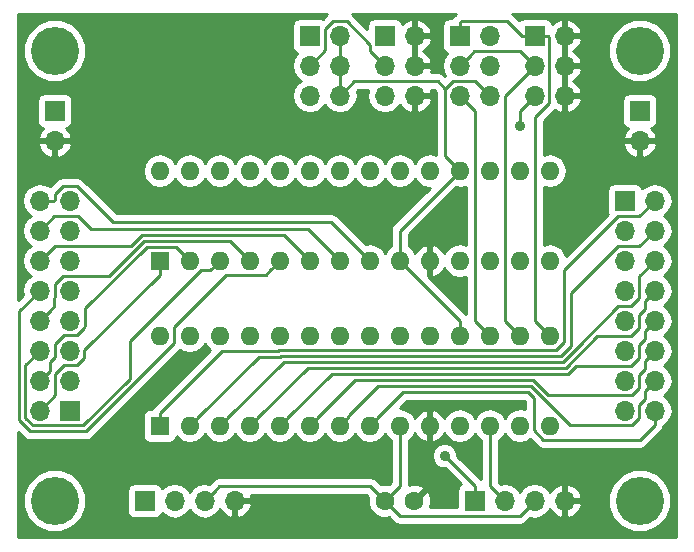
<source format=gbl>
G04 #@! TF.FileFunction,Copper,L2,Bot,Signal*
%FSLAX46Y46*%
G04 Gerber Fmt 4.6, Leading zero omitted, Abs format (unit mm)*
G04 Created by KiCad (PCBNEW 4.0.7-e2-6376~58~ubuntu14.04.1) date Sat Apr 21 17:25:06 2018*
%MOMM*%
%LPD*%
G01*
G04 APERTURE LIST*
%ADD10C,0.100000*%
%ADD11R,1.700000X1.700000*%
%ADD12O,1.700000X1.700000*%
%ADD13R,1.600000X1.600000*%
%ADD14O,1.600000X1.600000*%
%ADD15C,4.064000*%
%ADD16C,1.600000*%
%ADD17C,0.889000*%
%ADD18C,0.254000*%
G04 APERTURE END LIST*
D10*
D11*
X226060000Y-139700000D03*
D12*
X228600000Y-139700000D03*
X226060000Y-142240000D03*
X228600000Y-142240000D03*
X226060000Y-144780000D03*
X228600000Y-144780000D03*
X226060000Y-147320000D03*
X228600000Y-147320000D03*
X226060000Y-149860000D03*
X228600000Y-149860000D03*
X226060000Y-152400000D03*
X228600000Y-152400000D03*
X226060000Y-154940000D03*
X228600000Y-154940000D03*
X226060000Y-157480000D03*
X228600000Y-157480000D03*
D13*
X186690000Y-158750000D03*
D14*
X219710000Y-151130000D03*
X189230000Y-158750000D03*
X217170000Y-151130000D03*
X191770000Y-158750000D03*
X214630000Y-151130000D03*
X194310000Y-158750000D03*
X212090000Y-151130000D03*
X196850000Y-158750000D03*
X209550000Y-151130000D03*
X199390000Y-158750000D03*
X207010000Y-151130000D03*
X201930000Y-158750000D03*
X204470000Y-151130000D03*
X204470000Y-158750000D03*
X201930000Y-151130000D03*
X207010000Y-158750000D03*
X199390000Y-151130000D03*
X209550000Y-158750000D03*
X196850000Y-151130000D03*
X212090000Y-158750000D03*
X194310000Y-151130000D03*
X214630000Y-158750000D03*
X191770000Y-151130000D03*
X217170000Y-158750000D03*
X189230000Y-151130000D03*
X219710000Y-158750000D03*
X186690000Y-151130000D03*
D11*
X205740000Y-125730000D03*
D12*
X208280000Y-125730000D03*
X205740000Y-128270000D03*
X208280000Y-128270000D03*
X205740000Y-130810000D03*
X208280000Y-130810000D03*
D11*
X177800000Y-132080000D03*
D12*
X177800000Y-134620000D03*
D15*
X177800000Y-127000000D03*
D11*
X199390000Y-125730000D03*
D12*
X201930000Y-125730000D03*
X199390000Y-128270000D03*
X201930000Y-128270000D03*
X199390000Y-130810000D03*
X201930000Y-130810000D03*
D15*
X227330000Y-165100000D03*
D11*
X213360000Y-165100000D03*
D12*
X215900000Y-165100000D03*
X218440000Y-165100000D03*
X220980000Y-165100000D03*
D13*
X186690000Y-144780000D03*
D14*
X219710000Y-137160000D03*
X189230000Y-144780000D03*
X217170000Y-137160000D03*
X191770000Y-144780000D03*
X214630000Y-137160000D03*
X194310000Y-144780000D03*
X212090000Y-137160000D03*
X196850000Y-144780000D03*
X209550000Y-137160000D03*
X199390000Y-144780000D03*
X207010000Y-137160000D03*
X201930000Y-144780000D03*
X204470000Y-137160000D03*
X204470000Y-144780000D03*
X201930000Y-137160000D03*
X207010000Y-144780000D03*
X199390000Y-137160000D03*
X209550000Y-144780000D03*
X196850000Y-137160000D03*
X212090000Y-144780000D03*
X194310000Y-137160000D03*
X214630000Y-144780000D03*
X191770000Y-137160000D03*
X217170000Y-144780000D03*
X189230000Y-137160000D03*
X219710000Y-144780000D03*
X186690000Y-137160000D03*
D16*
X208240000Y-165100000D03*
X205740000Y-165100000D03*
D15*
X227330000Y-127000000D03*
D11*
X218440000Y-125730000D03*
D12*
X220980000Y-125730000D03*
X218440000Y-128270000D03*
X220980000Y-128270000D03*
X218440000Y-130810000D03*
X220980000Y-130810000D03*
D11*
X212090000Y-125730000D03*
D12*
X214630000Y-125730000D03*
X212090000Y-128270000D03*
X214630000Y-128270000D03*
X212090000Y-130810000D03*
X214630000Y-130810000D03*
D11*
X227330000Y-132080000D03*
D12*
X227330000Y-134620000D03*
D11*
X185420000Y-165100000D03*
D12*
X187960000Y-165100000D03*
X190500000Y-165100000D03*
X193040000Y-165100000D03*
D11*
X179070000Y-157480000D03*
D12*
X176530000Y-157480000D03*
X179070000Y-154940000D03*
X176530000Y-154940000D03*
X179070000Y-152400000D03*
X176530000Y-152400000D03*
X179070000Y-149860000D03*
X176530000Y-149860000D03*
X179070000Y-147320000D03*
X176530000Y-147320000D03*
X179070000Y-144780000D03*
X176530000Y-144780000D03*
X179070000Y-142240000D03*
X176530000Y-142240000D03*
X179070000Y-139700000D03*
X176530000Y-139700000D03*
D15*
X177800000Y-165100000D03*
D17*
X208280000Y-135255000D03*
X210820000Y-161290000D03*
X217170000Y-133350000D03*
D18*
X208280000Y-135255000D02*
X208280000Y-130810000D01*
X209550000Y-158750000D02*
X209550000Y-163790000D01*
X209550000Y-163790000D02*
X208240000Y-165100000D01*
X201930000Y-128270000D02*
X201930000Y-130810000D01*
X201930000Y-130810000D02*
X203161001Y-129578999D01*
X203161001Y-129578999D02*
X210218879Y-129578999D01*
X210218879Y-129578999D02*
X210858999Y-130219119D01*
X201930000Y-130810000D02*
X201930000Y-125730000D01*
X205740000Y-165100000D02*
X204508999Y-163868999D01*
X204508999Y-163868999D02*
X191731001Y-163868999D01*
X191731001Y-163868999D02*
X191349999Y-164250001D01*
X191349999Y-164250001D02*
X190500000Y-165100000D01*
X205740000Y-165100000D02*
X207010000Y-166370000D01*
X207010000Y-166370000D02*
X217170000Y-166370000D01*
X217170000Y-166370000D02*
X217590001Y-165949999D01*
X217590001Y-165949999D02*
X218440000Y-165100000D01*
X207010000Y-158750000D02*
X207010000Y-163830000D01*
X207010000Y-163830000D02*
X205740000Y-165100000D01*
X212090000Y-137160000D02*
X210858999Y-135928999D01*
X210858999Y-135928999D02*
X210858999Y-130219119D01*
X210858999Y-130219119D02*
X211499119Y-129578999D01*
X211499119Y-129578999D02*
X213398999Y-129578999D01*
X213398999Y-129578999D02*
X213780001Y-129960001D01*
X213780001Y-129960001D02*
X214630000Y-130810000D01*
X207010000Y-144780000D02*
X207010000Y-142240000D01*
X207010000Y-142240000D02*
X212090000Y-137160000D01*
X212090000Y-151130000D02*
X212090000Y-149860000D01*
X212090000Y-149860000D02*
X207010000Y-144780000D01*
X220655385Y-152819010D02*
X196982553Y-152819011D01*
X196982553Y-152819011D02*
X196893554Y-152908010D01*
X196893554Y-152908010D02*
X195071990Y-152908010D01*
X195071990Y-152908010D02*
X190029999Y-157950001D01*
X190029999Y-157950001D02*
X189230000Y-158750000D01*
X221488010Y-151986385D02*
X220655385Y-152819010D01*
X221488010Y-147530108D02*
X221488010Y-151986385D01*
X225469119Y-143548999D02*
X221488010Y-147530108D01*
X227291001Y-143548999D02*
X225469119Y-143548999D01*
X228600000Y-142240000D02*
X227291001Y-143548999D01*
X227291001Y-147910881D02*
X226572883Y-148628999D01*
X226572883Y-148628999D02*
X225501863Y-148628999D01*
X228600000Y-144780000D02*
X227291001Y-146088999D01*
X197192979Y-153327021D02*
X192569999Y-157950001D01*
X192569999Y-157950001D02*
X191770000Y-158750000D01*
X227291001Y-146088999D02*
X227291001Y-147910881D01*
X225501863Y-148628999D02*
X221996021Y-152134841D01*
X221996021Y-152134841D02*
X221996020Y-152196811D01*
X221996020Y-152196811D02*
X220865810Y-153327021D01*
X220865810Y-153327021D02*
X197192979Y-153327021D01*
X221076235Y-153835032D02*
X199224968Y-153835032D01*
X227750001Y-148169999D02*
X227750001Y-148888117D01*
X227750001Y-148888117D02*
X227291001Y-149347117D01*
X228600000Y-147320000D02*
X227750001Y-148169999D01*
X227291001Y-149347117D02*
X227291001Y-150450881D01*
X227291001Y-150450881D02*
X226572883Y-151168999D01*
X226572883Y-151168999D02*
X223742268Y-151168999D01*
X223742268Y-151168999D02*
X221076235Y-153835032D01*
X199224968Y-153835032D02*
X195109999Y-157950001D01*
X195109999Y-157950001D02*
X194310000Y-158750000D01*
X228600000Y-149860000D02*
X227750001Y-150709999D01*
X227750001Y-150709999D02*
X227750001Y-151428117D01*
X227750001Y-151428117D02*
X227291001Y-151887117D01*
X227291001Y-151887117D02*
X227291001Y-152990881D01*
X227291001Y-152990881D02*
X226572883Y-153708999D01*
X226572883Y-153708999D02*
X221920704Y-153708999D01*
X221920704Y-153708999D02*
X221260042Y-154369661D01*
X221260042Y-154369661D02*
X204638722Y-154369661D01*
X204638722Y-154369661D02*
X204638719Y-154369658D01*
X204638719Y-154369658D02*
X203508873Y-154369658D01*
X203508873Y-154369658D02*
X203482259Y-154343044D01*
X203482259Y-154343044D02*
X203338579Y-154343043D01*
X203338579Y-154343043D02*
X201256957Y-154343043D01*
X201256957Y-154343043D02*
X197649999Y-157950001D01*
X197649999Y-157950001D02*
X196850000Y-158750000D01*
X228600000Y-152400000D02*
X227750001Y-153249999D01*
X227750001Y-153249999D02*
X227750001Y-153968117D01*
X227291001Y-155530881D02*
X226650881Y-156171001D01*
X226650881Y-156171001D02*
X219597319Y-156171001D01*
X227750001Y-153968117D02*
X227291001Y-154427117D01*
X227291001Y-154427117D02*
X227291001Y-155530881D01*
X219597319Y-156171001D02*
X218303988Y-154877670D01*
X218303988Y-154877670D02*
X203262330Y-154877670D01*
X203262330Y-154877670D02*
X200189999Y-157950001D01*
X200189999Y-157950001D02*
X199390000Y-158750000D01*
X228600000Y-154940000D02*
X227750001Y-155789999D01*
X227750001Y-156508117D02*
X227291001Y-156967117D01*
X227750001Y-155789999D02*
X227750001Y-156508117D01*
X227291001Y-158070881D02*
X226650881Y-158711001D01*
X227291001Y-156967117D02*
X227291001Y-158070881D01*
X218093563Y-155385681D02*
X205199201Y-155385681D01*
X226650881Y-158711001D02*
X221418883Y-158711001D01*
X221418883Y-158711001D02*
X218093563Y-155385681D01*
X202729999Y-157950001D02*
X201930000Y-158750000D01*
X205199201Y-155385681D02*
X202729999Y-157854883D01*
X202729999Y-157854883D02*
X202729999Y-157950001D01*
X228600000Y-157480000D02*
X228600000Y-158682081D01*
X228600000Y-158682081D02*
X227351080Y-159931001D01*
X227351080Y-159931001D02*
X219143119Y-159931001D01*
X219143119Y-159931001D02*
X218351001Y-159138883D01*
X218351001Y-159138883D02*
X218351001Y-156367073D01*
X218351001Y-156367073D02*
X217877620Y-155893692D01*
X217877620Y-155893692D02*
X207326308Y-155893692D01*
X207326308Y-155893692D02*
X205269999Y-157950001D01*
X205269999Y-157950001D02*
X204470000Y-158750000D01*
X214630000Y-158750000D02*
X214630000Y-163830000D01*
X214630000Y-163830000D02*
X215900000Y-165100000D01*
X213360000Y-163830000D02*
X213360000Y-165100000D01*
X210820000Y-161290000D02*
X213360000Y-163830000D01*
X191986000Y-152400000D02*
X186690000Y-157696000D01*
X186690000Y-157696000D02*
X186690000Y-158750000D01*
X196683129Y-152399999D02*
X191986000Y-152400000D01*
X227291001Y-141008999D02*
X225469119Y-141008999D01*
X225469119Y-141008999D02*
X220891001Y-145587117D01*
X228600000Y-139700000D02*
X227291001Y-141008999D01*
X220276881Y-152311001D02*
X196772127Y-152311001D01*
X196772127Y-152311001D02*
X196683129Y-152399999D01*
X220891001Y-145587117D02*
X220891001Y-151696881D01*
X220891001Y-151696881D02*
X220276881Y-152311001D01*
X218440000Y-125730000D02*
X217336000Y-125730000D01*
X212090000Y-124626000D02*
X212090000Y-125730000D01*
X217336000Y-125730000D02*
X216104999Y-124498999D01*
X216104999Y-124498999D02*
X212217001Y-124498999D01*
X212217001Y-124498999D02*
X212090000Y-124626000D01*
X219710000Y-151130000D02*
X218440000Y-149860000D01*
X218440000Y-149860000D02*
X218440000Y-132631882D01*
X218440000Y-132631882D02*
X219671001Y-131400881D01*
X219671001Y-131400881D02*
X219671001Y-125857001D01*
X219671001Y-125857001D02*
X219544000Y-125730000D01*
X219544000Y-125730000D02*
X218440000Y-125730000D01*
X218440000Y-128270000D02*
X217208999Y-127038999D01*
X217208999Y-127038999D02*
X213321001Y-127038999D01*
X213321001Y-127038999D02*
X212939999Y-127420001D01*
X212939999Y-127420001D02*
X212090000Y-128270000D01*
X217170000Y-151130000D02*
X215900000Y-149860000D01*
X215900000Y-149860000D02*
X215900000Y-130810000D01*
X215900000Y-130810000D02*
X217590001Y-129119999D01*
X217590001Y-129119999D02*
X218440000Y-128270000D01*
X214630000Y-151130000D02*
X213360644Y-149860644D01*
X213360644Y-149860644D02*
X213360644Y-132080644D01*
X213360644Y-132080644D02*
X212939999Y-131659999D01*
X212939999Y-131659999D02*
X212090000Y-130810000D01*
X218440000Y-130810000D02*
X217170000Y-132080000D01*
X217170000Y-132080000D02*
X217170000Y-133350000D01*
X176530000Y-154940000D02*
X177379999Y-154090001D01*
X177379999Y-154090001D02*
X177379999Y-153371883D01*
X178557117Y-151091001D02*
X179660881Y-151091001D01*
X179660881Y-151091001D02*
X180301001Y-150450881D01*
X177379999Y-153371883D02*
X177838999Y-152912883D01*
X177838999Y-152912883D02*
X177838999Y-151809119D01*
X177838999Y-151809119D02*
X178557117Y-151091001D01*
X180301001Y-150450881D02*
X180301001Y-150354356D01*
X180301001Y-150354356D02*
X180378999Y-150276359D01*
X180378999Y-150276359D02*
X180378999Y-148805199D01*
X180378999Y-148805199D02*
X185585199Y-143598999D01*
X185585199Y-143598999D02*
X188048999Y-143598999D01*
X188048999Y-143598999D02*
X188430001Y-143980001D01*
X188430001Y-143980001D02*
X189230000Y-144780000D01*
X176530000Y-152400000D02*
X175298999Y-153631001D01*
X175298999Y-153631001D02*
X175298999Y-158070881D01*
X175298999Y-158070881D02*
X175939119Y-158711001D01*
X175939119Y-158711001D02*
X180224801Y-158711001D01*
X180224801Y-158711001D02*
X184150000Y-154785802D01*
X184150000Y-154785802D02*
X184150000Y-151607882D01*
X184150000Y-151607882D02*
X190177883Y-145579999D01*
X190177883Y-145579999D02*
X190970001Y-145579999D01*
X190970001Y-145579999D02*
X191770000Y-144780000D01*
X194310000Y-144780000D02*
X192620988Y-143090988D01*
X192620988Y-143090988D02*
X185374774Y-143090988D01*
X185374774Y-143090988D02*
X182376763Y-146088999D01*
X182376763Y-146088999D02*
X178479119Y-146088999D01*
X178479119Y-146088999D02*
X177838999Y-146729119D01*
X177838999Y-146729119D02*
X177838999Y-147887843D01*
X177838999Y-147887843D02*
X177761001Y-147965841D01*
X177761001Y-147965841D02*
X177761001Y-148628999D01*
X177761001Y-148628999D02*
X177379999Y-149010001D01*
X177379999Y-149010001D02*
X176530000Y-149860000D01*
X176530000Y-147320000D02*
X174790990Y-149059010D01*
X187871001Y-151783235D02*
X187871001Y-150426881D01*
X195668999Y-145961001D02*
X196050001Y-145579999D01*
X174790990Y-149059010D02*
X174790990Y-158281306D01*
X174790990Y-158281306D02*
X175728695Y-159219011D01*
X175728695Y-159219011D02*
X180435226Y-159219010D01*
X180435226Y-159219010D02*
X187871001Y-151783235D01*
X187871001Y-150426881D02*
X192336881Y-145961001D01*
X192336881Y-145961001D02*
X195668999Y-145961001D01*
X196050001Y-145579999D02*
X196850000Y-144780000D01*
X176530000Y-144780000D02*
X177800000Y-143510000D01*
X177800000Y-143510000D02*
X184237326Y-143510000D01*
X184237326Y-143510000D02*
X185164349Y-142582977D01*
X185164349Y-142582977D02*
X197192977Y-142582977D01*
X197192977Y-142582977D02*
X198590001Y-143980001D01*
X198590001Y-143980001D02*
X199390000Y-144780000D01*
X176530000Y-142240000D02*
X177761001Y-141008999D01*
X177761001Y-141008999D02*
X179794770Y-141008999D01*
X179794770Y-141008999D02*
X180891432Y-142105661D01*
X180891432Y-142105661D02*
X184923229Y-142105661D01*
X184923229Y-142105661D02*
X184953924Y-142074966D01*
X184953924Y-142074966D02*
X199224966Y-142074966D01*
X199224966Y-142074966D02*
X201930000Y-144780000D01*
X203670001Y-143980001D02*
X204470000Y-144780000D01*
X201224201Y-141534201D02*
X203670001Y-143980001D01*
X182726083Y-141534201D02*
X201224201Y-141534201D01*
X178479119Y-138468999D02*
X179660881Y-138468999D01*
X179660881Y-138468999D02*
X182726083Y-141534201D01*
X177838999Y-139109119D02*
X178479119Y-138468999D01*
X176530000Y-139700000D02*
X177732081Y-139700000D01*
X177732081Y-139700000D02*
X177838999Y-139593082D01*
X177838999Y-139593082D02*
X177838999Y-139109119D01*
X180301001Y-152341769D02*
X186690000Y-145952770D01*
X176530000Y-157480000D02*
X177838999Y-156171001D01*
X178557117Y-153631001D02*
X179660881Y-153631001D01*
X177838999Y-156171001D02*
X177838999Y-154349119D01*
X186690000Y-145952770D02*
X186690000Y-145834000D01*
X177838999Y-154349119D02*
X178557117Y-153631001D01*
X179660881Y-153631001D02*
X180301001Y-152990881D01*
X180301001Y-152990881D02*
X180301001Y-152341769D01*
X186690000Y-145834000D02*
X186690000Y-144780000D01*
X199390000Y-128270000D02*
X200698999Y-126961001D01*
X204508999Y-126487117D02*
X204508999Y-127038999D01*
X200698999Y-126961001D02*
X200698999Y-125139119D01*
X200698999Y-125139119D02*
X201339119Y-124498999D01*
X201339119Y-124498999D02*
X202520881Y-124498999D01*
X202520881Y-124498999D02*
X204508999Y-126487117D01*
X204890001Y-127420001D02*
X205740000Y-128270000D01*
X204508999Y-127038999D02*
X204890001Y-127420001D01*
G36*
X230430000Y-168200000D02*
X174700000Y-168200000D01*
X174700000Y-165628172D01*
X175132538Y-165628172D01*
X175537709Y-166608761D01*
X176287293Y-167359655D01*
X177267173Y-167766536D01*
X178328172Y-167767462D01*
X179308761Y-167362291D01*
X180059655Y-166612707D01*
X180466536Y-165632827D01*
X180467462Y-164571828D01*
X180062291Y-163591239D01*
X179312707Y-162840345D01*
X178332827Y-162433464D01*
X177271828Y-162432538D01*
X176291239Y-162837709D01*
X175540345Y-163587293D01*
X175133464Y-164567173D01*
X175132538Y-165628172D01*
X174700000Y-165628172D01*
X174700000Y-159267946D01*
X175189880Y-159757826D01*
X175437090Y-159923007D01*
X175728695Y-159981011D01*
X180435226Y-159981010D01*
X180726831Y-159923006D01*
X180974041Y-159757825D01*
X188409816Y-152322050D01*
X188417199Y-152311001D01*
X188418717Y-152308729D01*
X188680849Y-152483880D01*
X189230000Y-152593113D01*
X189779151Y-152483880D01*
X190244698Y-152172811D01*
X190500000Y-151790725D01*
X190755302Y-152172811D01*
X190983249Y-152325121D01*
X186151185Y-157157185D01*
X186054048Y-157302560D01*
X185890000Y-157302560D01*
X185654683Y-157346838D01*
X185438559Y-157485910D01*
X185293569Y-157698110D01*
X185242560Y-157950000D01*
X185242560Y-159550000D01*
X185286838Y-159785317D01*
X185425910Y-160001441D01*
X185638110Y-160146431D01*
X185890000Y-160197440D01*
X187490000Y-160197440D01*
X187725317Y-160153162D01*
X187941441Y-160014090D01*
X188086431Y-159801890D01*
X188117815Y-159646911D01*
X188215302Y-159792811D01*
X188680849Y-160103880D01*
X189230000Y-160213113D01*
X189779151Y-160103880D01*
X190244698Y-159792811D01*
X190500000Y-159410725D01*
X190755302Y-159792811D01*
X191220849Y-160103880D01*
X191770000Y-160213113D01*
X192319151Y-160103880D01*
X192784698Y-159792811D01*
X193040000Y-159410725D01*
X193295302Y-159792811D01*
X193760849Y-160103880D01*
X194310000Y-160213113D01*
X194859151Y-160103880D01*
X195324698Y-159792811D01*
X195580000Y-159410725D01*
X195835302Y-159792811D01*
X196300849Y-160103880D01*
X196850000Y-160213113D01*
X197399151Y-160103880D01*
X197864698Y-159792811D01*
X198120000Y-159410725D01*
X198375302Y-159792811D01*
X198840849Y-160103880D01*
X199390000Y-160213113D01*
X199939151Y-160103880D01*
X200404698Y-159792811D01*
X200660000Y-159410725D01*
X200915302Y-159792811D01*
X201380849Y-160103880D01*
X201930000Y-160213113D01*
X202479151Y-160103880D01*
X202944698Y-159792811D01*
X203200000Y-159410725D01*
X203455302Y-159792811D01*
X203920849Y-160103880D01*
X204470000Y-160213113D01*
X205019151Y-160103880D01*
X205484698Y-159792811D01*
X205740000Y-159410725D01*
X205995302Y-159792811D01*
X206248000Y-159961659D01*
X206248000Y-163514369D01*
X206076455Y-163685914D01*
X206026691Y-163665250D01*
X205455813Y-163664752D01*
X205403852Y-163686222D01*
X205047814Y-163330184D01*
X204989448Y-163291185D01*
X204800604Y-163165003D01*
X204508999Y-163106999D01*
X191731001Y-163106999D01*
X191439396Y-163165003D01*
X191192185Y-163330184D01*
X190864049Y-163658321D01*
X190500000Y-163585907D01*
X189931715Y-163698946D01*
X189449946Y-164020853D01*
X189230000Y-164350026D01*
X189010054Y-164020853D01*
X188528285Y-163698946D01*
X187960000Y-163585907D01*
X187391715Y-163698946D01*
X186909946Y-164020853D01*
X186882150Y-164062452D01*
X186873162Y-164014683D01*
X186734090Y-163798559D01*
X186521890Y-163653569D01*
X186270000Y-163602560D01*
X184570000Y-163602560D01*
X184334683Y-163646838D01*
X184118559Y-163785910D01*
X183973569Y-163998110D01*
X183922560Y-164250000D01*
X183922560Y-165950000D01*
X183966838Y-166185317D01*
X184105910Y-166401441D01*
X184318110Y-166546431D01*
X184570000Y-166597440D01*
X186270000Y-166597440D01*
X186505317Y-166553162D01*
X186721441Y-166414090D01*
X186866431Y-166201890D01*
X186880086Y-166134459D01*
X186909946Y-166179147D01*
X187391715Y-166501054D01*
X187960000Y-166614093D01*
X188528285Y-166501054D01*
X189010054Y-166179147D01*
X189230000Y-165849974D01*
X189449946Y-166179147D01*
X189931715Y-166501054D01*
X190500000Y-166614093D01*
X191068285Y-166501054D01*
X191550054Y-166179147D01*
X191777702Y-165838447D01*
X191844817Y-165981358D01*
X192273076Y-166371645D01*
X192683110Y-166541476D01*
X192913000Y-166420155D01*
X192913000Y-165227000D01*
X193167000Y-165227000D01*
X193167000Y-166420155D01*
X193396890Y-166541476D01*
X193806924Y-166371645D01*
X194235183Y-165981358D01*
X194481486Y-165456892D01*
X194360819Y-165227000D01*
X193167000Y-165227000D01*
X192913000Y-165227000D01*
X192893000Y-165227000D01*
X192893000Y-164973000D01*
X192913000Y-164973000D01*
X192913000Y-164953000D01*
X193167000Y-164953000D01*
X193167000Y-164973000D01*
X194360819Y-164973000D01*
X194481486Y-164743108D01*
X194428837Y-164630999D01*
X204193369Y-164630999D01*
X204325914Y-164763544D01*
X204305250Y-164813309D01*
X204304752Y-165384187D01*
X204522757Y-165911800D01*
X204926077Y-166315824D01*
X205453309Y-166534750D01*
X206024187Y-166535248D01*
X206076148Y-166513778D01*
X206471184Y-166908815D01*
X206718395Y-167073996D01*
X207010000Y-167132000D01*
X217170000Y-167132000D01*
X217461605Y-167073996D01*
X217708815Y-166908815D01*
X218075951Y-166541679D01*
X218440000Y-166614093D01*
X219008285Y-166501054D01*
X219490054Y-166179147D01*
X219717702Y-165838447D01*
X219784817Y-165981358D01*
X220213076Y-166371645D01*
X220623110Y-166541476D01*
X220853000Y-166420155D01*
X220853000Y-165227000D01*
X221107000Y-165227000D01*
X221107000Y-166420155D01*
X221336890Y-166541476D01*
X221746924Y-166371645D01*
X222175183Y-165981358D01*
X222341048Y-165628172D01*
X224662538Y-165628172D01*
X225067709Y-166608761D01*
X225817293Y-167359655D01*
X226797173Y-167766536D01*
X227858172Y-167767462D01*
X228838761Y-167362291D01*
X229589655Y-166612707D01*
X229996536Y-165632827D01*
X229997462Y-164571828D01*
X229592291Y-163591239D01*
X228842707Y-162840345D01*
X227862827Y-162433464D01*
X226801828Y-162432538D01*
X225821239Y-162837709D01*
X225070345Y-163587293D01*
X224663464Y-164567173D01*
X224662538Y-165628172D01*
X222341048Y-165628172D01*
X222421486Y-165456892D01*
X222300819Y-165227000D01*
X221107000Y-165227000D01*
X220853000Y-165227000D01*
X220833000Y-165227000D01*
X220833000Y-164973000D01*
X220853000Y-164973000D01*
X220853000Y-163779845D01*
X221107000Y-163779845D01*
X221107000Y-164973000D01*
X222300819Y-164973000D01*
X222421486Y-164743108D01*
X222175183Y-164218642D01*
X221746924Y-163828355D01*
X221336890Y-163658524D01*
X221107000Y-163779845D01*
X220853000Y-163779845D01*
X220623110Y-163658524D01*
X220213076Y-163828355D01*
X219784817Y-164218642D01*
X219717702Y-164361553D01*
X219490054Y-164020853D01*
X219008285Y-163698946D01*
X218440000Y-163585907D01*
X217871715Y-163698946D01*
X217389946Y-164020853D01*
X217170000Y-164350026D01*
X216950054Y-164020853D01*
X216468285Y-163698946D01*
X215900000Y-163585907D01*
X215535951Y-163658321D01*
X215392000Y-163514370D01*
X215392000Y-159961659D01*
X215644698Y-159792811D01*
X215900000Y-159410725D01*
X216155302Y-159792811D01*
X216620849Y-160103880D01*
X217170000Y-160213113D01*
X217719151Y-160103880D01*
X218030399Y-159895911D01*
X218604304Y-160469816D01*
X218851514Y-160634997D01*
X219143119Y-160693001D01*
X227351080Y-160693001D01*
X227642685Y-160634997D01*
X227889895Y-160469816D01*
X229138816Y-159220896D01*
X229284672Y-159002606D01*
X229303996Y-158973686D01*
X229348263Y-158751143D01*
X229679147Y-158530054D01*
X230001054Y-158048285D01*
X230114093Y-157480000D01*
X230001054Y-156911715D01*
X229679147Y-156429946D01*
X229349974Y-156210000D01*
X229679147Y-155990054D01*
X230001054Y-155508285D01*
X230114093Y-154940000D01*
X230001054Y-154371715D01*
X229679147Y-153889946D01*
X229349974Y-153670000D01*
X229679147Y-153450054D01*
X230001054Y-152968285D01*
X230114093Y-152400000D01*
X230001054Y-151831715D01*
X229679147Y-151349946D01*
X229349974Y-151130000D01*
X229679147Y-150910054D01*
X230001054Y-150428285D01*
X230114093Y-149860000D01*
X230001054Y-149291715D01*
X229679147Y-148809946D01*
X229349974Y-148590000D01*
X229679147Y-148370054D01*
X230001054Y-147888285D01*
X230114093Y-147320000D01*
X230001054Y-146751715D01*
X229679147Y-146269946D01*
X229349974Y-146050000D01*
X229679147Y-145830054D01*
X230001054Y-145348285D01*
X230114093Y-144780000D01*
X230001054Y-144211715D01*
X229679147Y-143729946D01*
X229349974Y-143510000D01*
X229679147Y-143290054D01*
X230001054Y-142808285D01*
X230114093Y-142240000D01*
X230001054Y-141671715D01*
X229679147Y-141189946D01*
X229349974Y-140970000D01*
X229679147Y-140750054D01*
X230001054Y-140268285D01*
X230114093Y-139700000D01*
X230001054Y-139131715D01*
X229679147Y-138649946D01*
X229197378Y-138328039D01*
X228629093Y-138215000D01*
X228570907Y-138215000D01*
X228002622Y-138328039D01*
X227520853Y-138649946D01*
X227520029Y-138651179D01*
X227513162Y-138614683D01*
X227374090Y-138398559D01*
X227161890Y-138253569D01*
X226910000Y-138202560D01*
X225210000Y-138202560D01*
X224974683Y-138246838D01*
X224758559Y-138385910D01*
X224613569Y-138598110D01*
X224562560Y-138850000D01*
X224562560Y-140550000D01*
X224606838Y-140785317D01*
X224610100Y-140790387D01*
X221062642Y-144337846D01*
X221035767Y-144202736D01*
X220724698Y-143737189D01*
X220259151Y-143426120D01*
X219710000Y-143316887D01*
X219202000Y-143417935D01*
X219202000Y-138522065D01*
X219710000Y-138623113D01*
X220259151Y-138513880D01*
X220724698Y-138202811D01*
X221035767Y-137737264D01*
X221145000Y-137188113D01*
X221145000Y-137131887D01*
X221035767Y-136582736D01*
X220724698Y-136117189D01*
X220259151Y-135806120D01*
X219710000Y-135696887D01*
X219202000Y-135797935D01*
X219202000Y-134976890D01*
X225888524Y-134976890D01*
X226058355Y-135386924D01*
X226448642Y-135815183D01*
X226973108Y-136061486D01*
X227203000Y-135940819D01*
X227203000Y-134747000D01*
X227457000Y-134747000D01*
X227457000Y-135940819D01*
X227686892Y-136061486D01*
X228211358Y-135815183D01*
X228601645Y-135386924D01*
X228771476Y-134976890D01*
X228650155Y-134747000D01*
X227457000Y-134747000D01*
X227203000Y-134747000D01*
X226009845Y-134747000D01*
X225888524Y-134976890D01*
X219202000Y-134976890D01*
X219202000Y-132947512D01*
X220129730Y-132019783D01*
X220623108Y-132251486D01*
X220853000Y-132130819D01*
X220853000Y-130937000D01*
X221107000Y-130937000D01*
X221107000Y-132130819D01*
X221336892Y-132251486D01*
X221861358Y-132005183D01*
X222251645Y-131576924D01*
X222395336Y-131230000D01*
X225832560Y-131230000D01*
X225832560Y-132930000D01*
X225876838Y-133165317D01*
X226015910Y-133381441D01*
X226228110Y-133526431D01*
X226336107Y-133548301D01*
X226058355Y-133853076D01*
X225888524Y-134263110D01*
X226009845Y-134493000D01*
X227203000Y-134493000D01*
X227203000Y-134473000D01*
X227457000Y-134473000D01*
X227457000Y-134493000D01*
X228650155Y-134493000D01*
X228771476Y-134263110D01*
X228601645Y-133853076D01*
X228325499Y-133550063D01*
X228415317Y-133533162D01*
X228631441Y-133394090D01*
X228776431Y-133181890D01*
X228827440Y-132930000D01*
X228827440Y-131230000D01*
X228783162Y-130994683D01*
X228644090Y-130778559D01*
X228431890Y-130633569D01*
X228180000Y-130582560D01*
X226480000Y-130582560D01*
X226244683Y-130626838D01*
X226028559Y-130765910D01*
X225883569Y-130978110D01*
X225832560Y-131230000D01*
X222395336Y-131230000D01*
X222421476Y-131166890D01*
X222300155Y-130937000D01*
X221107000Y-130937000D01*
X220853000Y-130937000D01*
X220833000Y-130937000D01*
X220833000Y-130683000D01*
X220853000Y-130683000D01*
X220853000Y-128397000D01*
X221107000Y-128397000D01*
X221107000Y-130683000D01*
X222300155Y-130683000D01*
X222421476Y-130453110D01*
X222251645Y-130043076D01*
X221861358Y-129614817D01*
X221702046Y-129540000D01*
X221861358Y-129465183D01*
X222251645Y-129036924D01*
X222421476Y-128626890D01*
X222300155Y-128397000D01*
X221107000Y-128397000D01*
X220853000Y-128397000D01*
X220833000Y-128397000D01*
X220833000Y-128143000D01*
X220853000Y-128143000D01*
X220853000Y-125857000D01*
X221107000Y-125857000D01*
X221107000Y-128143000D01*
X222300155Y-128143000D01*
X222421476Y-127913110D01*
X222262040Y-127528172D01*
X224662538Y-127528172D01*
X225067709Y-128508761D01*
X225817293Y-129259655D01*
X226797173Y-129666536D01*
X227858172Y-129667462D01*
X228838761Y-129262291D01*
X229589655Y-128512707D01*
X229996536Y-127532827D01*
X229997462Y-126471828D01*
X229592291Y-125491239D01*
X228842707Y-124740345D01*
X227862827Y-124333464D01*
X226801828Y-124332538D01*
X225821239Y-124737709D01*
X225070345Y-125487293D01*
X224663464Y-126467173D01*
X224662538Y-127528172D01*
X222262040Y-127528172D01*
X222251645Y-127503076D01*
X221861358Y-127074817D01*
X221702046Y-127000000D01*
X221861358Y-126925183D01*
X222251645Y-126496924D01*
X222421476Y-126086890D01*
X222300155Y-125857000D01*
X221107000Y-125857000D01*
X220853000Y-125857000D01*
X220833000Y-125857000D01*
X220833000Y-125603000D01*
X220853000Y-125603000D01*
X220853000Y-124409181D01*
X221107000Y-124409181D01*
X221107000Y-125603000D01*
X222300155Y-125603000D01*
X222421476Y-125373110D01*
X222251645Y-124963076D01*
X221861358Y-124534817D01*
X221336892Y-124288514D01*
X221107000Y-124409181D01*
X220853000Y-124409181D01*
X220623108Y-124288514D01*
X220098642Y-124534817D01*
X219911192Y-124740504D01*
X219893162Y-124644683D01*
X219754090Y-124428559D01*
X219541890Y-124283569D01*
X219290000Y-124232560D01*
X217590000Y-124232560D01*
X217354683Y-124276838D01*
X217138559Y-124415910D01*
X217122721Y-124439090D01*
X216643814Y-123960184D01*
X216586674Y-123922004D01*
X216553743Y-123900000D01*
X230430000Y-123900000D01*
X230430000Y-168200000D01*
X230430000Y-168200000D01*
G37*
X230430000Y-168200000D02*
X174700000Y-168200000D01*
X174700000Y-165628172D01*
X175132538Y-165628172D01*
X175537709Y-166608761D01*
X176287293Y-167359655D01*
X177267173Y-167766536D01*
X178328172Y-167767462D01*
X179308761Y-167362291D01*
X180059655Y-166612707D01*
X180466536Y-165632827D01*
X180467462Y-164571828D01*
X180062291Y-163591239D01*
X179312707Y-162840345D01*
X178332827Y-162433464D01*
X177271828Y-162432538D01*
X176291239Y-162837709D01*
X175540345Y-163587293D01*
X175133464Y-164567173D01*
X175132538Y-165628172D01*
X174700000Y-165628172D01*
X174700000Y-159267946D01*
X175189880Y-159757826D01*
X175437090Y-159923007D01*
X175728695Y-159981011D01*
X180435226Y-159981010D01*
X180726831Y-159923006D01*
X180974041Y-159757825D01*
X188409816Y-152322050D01*
X188417199Y-152311001D01*
X188418717Y-152308729D01*
X188680849Y-152483880D01*
X189230000Y-152593113D01*
X189779151Y-152483880D01*
X190244698Y-152172811D01*
X190500000Y-151790725D01*
X190755302Y-152172811D01*
X190983249Y-152325121D01*
X186151185Y-157157185D01*
X186054048Y-157302560D01*
X185890000Y-157302560D01*
X185654683Y-157346838D01*
X185438559Y-157485910D01*
X185293569Y-157698110D01*
X185242560Y-157950000D01*
X185242560Y-159550000D01*
X185286838Y-159785317D01*
X185425910Y-160001441D01*
X185638110Y-160146431D01*
X185890000Y-160197440D01*
X187490000Y-160197440D01*
X187725317Y-160153162D01*
X187941441Y-160014090D01*
X188086431Y-159801890D01*
X188117815Y-159646911D01*
X188215302Y-159792811D01*
X188680849Y-160103880D01*
X189230000Y-160213113D01*
X189779151Y-160103880D01*
X190244698Y-159792811D01*
X190500000Y-159410725D01*
X190755302Y-159792811D01*
X191220849Y-160103880D01*
X191770000Y-160213113D01*
X192319151Y-160103880D01*
X192784698Y-159792811D01*
X193040000Y-159410725D01*
X193295302Y-159792811D01*
X193760849Y-160103880D01*
X194310000Y-160213113D01*
X194859151Y-160103880D01*
X195324698Y-159792811D01*
X195580000Y-159410725D01*
X195835302Y-159792811D01*
X196300849Y-160103880D01*
X196850000Y-160213113D01*
X197399151Y-160103880D01*
X197864698Y-159792811D01*
X198120000Y-159410725D01*
X198375302Y-159792811D01*
X198840849Y-160103880D01*
X199390000Y-160213113D01*
X199939151Y-160103880D01*
X200404698Y-159792811D01*
X200660000Y-159410725D01*
X200915302Y-159792811D01*
X201380849Y-160103880D01*
X201930000Y-160213113D01*
X202479151Y-160103880D01*
X202944698Y-159792811D01*
X203200000Y-159410725D01*
X203455302Y-159792811D01*
X203920849Y-160103880D01*
X204470000Y-160213113D01*
X205019151Y-160103880D01*
X205484698Y-159792811D01*
X205740000Y-159410725D01*
X205995302Y-159792811D01*
X206248000Y-159961659D01*
X206248000Y-163514369D01*
X206076455Y-163685914D01*
X206026691Y-163665250D01*
X205455813Y-163664752D01*
X205403852Y-163686222D01*
X205047814Y-163330184D01*
X204989448Y-163291185D01*
X204800604Y-163165003D01*
X204508999Y-163106999D01*
X191731001Y-163106999D01*
X191439396Y-163165003D01*
X191192185Y-163330184D01*
X190864049Y-163658321D01*
X190500000Y-163585907D01*
X189931715Y-163698946D01*
X189449946Y-164020853D01*
X189230000Y-164350026D01*
X189010054Y-164020853D01*
X188528285Y-163698946D01*
X187960000Y-163585907D01*
X187391715Y-163698946D01*
X186909946Y-164020853D01*
X186882150Y-164062452D01*
X186873162Y-164014683D01*
X186734090Y-163798559D01*
X186521890Y-163653569D01*
X186270000Y-163602560D01*
X184570000Y-163602560D01*
X184334683Y-163646838D01*
X184118559Y-163785910D01*
X183973569Y-163998110D01*
X183922560Y-164250000D01*
X183922560Y-165950000D01*
X183966838Y-166185317D01*
X184105910Y-166401441D01*
X184318110Y-166546431D01*
X184570000Y-166597440D01*
X186270000Y-166597440D01*
X186505317Y-166553162D01*
X186721441Y-166414090D01*
X186866431Y-166201890D01*
X186880086Y-166134459D01*
X186909946Y-166179147D01*
X187391715Y-166501054D01*
X187960000Y-166614093D01*
X188528285Y-166501054D01*
X189010054Y-166179147D01*
X189230000Y-165849974D01*
X189449946Y-166179147D01*
X189931715Y-166501054D01*
X190500000Y-166614093D01*
X191068285Y-166501054D01*
X191550054Y-166179147D01*
X191777702Y-165838447D01*
X191844817Y-165981358D01*
X192273076Y-166371645D01*
X192683110Y-166541476D01*
X192913000Y-166420155D01*
X192913000Y-165227000D01*
X193167000Y-165227000D01*
X193167000Y-166420155D01*
X193396890Y-166541476D01*
X193806924Y-166371645D01*
X194235183Y-165981358D01*
X194481486Y-165456892D01*
X194360819Y-165227000D01*
X193167000Y-165227000D01*
X192913000Y-165227000D01*
X192893000Y-165227000D01*
X192893000Y-164973000D01*
X192913000Y-164973000D01*
X192913000Y-164953000D01*
X193167000Y-164953000D01*
X193167000Y-164973000D01*
X194360819Y-164973000D01*
X194481486Y-164743108D01*
X194428837Y-164630999D01*
X204193369Y-164630999D01*
X204325914Y-164763544D01*
X204305250Y-164813309D01*
X204304752Y-165384187D01*
X204522757Y-165911800D01*
X204926077Y-166315824D01*
X205453309Y-166534750D01*
X206024187Y-166535248D01*
X206076148Y-166513778D01*
X206471184Y-166908815D01*
X206718395Y-167073996D01*
X207010000Y-167132000D01*
X217170000Y-167132000D01*
X217461605Y-167073996D01*
X217708815Y-166908815D01*
X218075951Y-166541679D01*
X218440000Y-166614093D01*
X219008285Y-166501054D01*
X219490054Y-166179147D01*
X219717702Y-165838447D01*
X219784817Y-165981358D01*
X220213076Y-166371645D01*
X220623110Y-166541476D01*
X220853000Y-166420155D01*
X220853000Y-165227000D01*
X221107000Y-165227000D01*
X221107000Y-166420155D01*
X221336890Y-166541476D01*
X221746924Y-166371645D01*
X222175183Y-165981358D01*
X222341048Y-165628172D01*
X224662538Y-165628172D01*
X225067709Y-166608761D01*
X225817293Y-167359655D01*
X226797173Y-167766536D01*
X227858172Y-167767462D01*
X228838761Y-167362291D01*
X229589655Y-166612707D01*
X229996536Y-165632827D01*
X229997462Y-164571828D01*
X229592291Y-163591239D01*
X228842707Y-162840345D01*
X227862827Y-162433464D01*
X226801828Y-162432538D01*
X225821239Y-162837709D01*
X225070345Y-163587293D01*
X224663464Y-164567173D01*
X224662538Y-165628172D01*
X222341048Y-165628172D01*
X222421486Y-165456892D01*
X222300819Y-165227000D01*
X221107000Y-165227000D01*
X220853000Y-165227000D01*
X220833000Y-165227000D01*
X220833000Y-164973000D01*
X220853000Y-164973000D01*
X220853000Y-163779845D01*
X221107000Y-163779845D01*
X221107000Y-164973000D01*
X222300819Y-164973000D01*
X222421486Y-164743108D01*
X222175183Y-164218642D01*
X221746924Y-163828355D01*
X221336890Y-163658524D01*
X221107000Y-163779845D01*
X220853000Y-163779845D01*
X220623110Y-163658524D01*
X220213076Y-163828355D01*
X219784817Y-164218642D01*
X219717702Y-164361553D01*
X219490054Y-164020853D01*
X219008285Y-163698946D01*
X218440000Y-163585907D01*
X217871715Y-163698946D01*
X217389946Y-164020853D01*
X217170000Y-164350026D01*
X216950054Y-164020853D01*
X216468285Y-163698946D01*
X215900000Y-163585907D01*
X215535951Y-163658321D01*
X215392000Y-163514370D01*
X215392000Y-159961659D01*
X215644698Y-159792811D01*
X215900000Y-159410725D01*
X216155302Y-159792811D01*
X216620849Y-160103880D01*
X217170000Y-160213113D01*
X217719151Y-160103880D01*
X218030399Y-159895911D01*
X218604304Y-160469816D01*
X218851514Y-160634997D01*
X219143119Y-160693001D01*
X227351080Y-160693001D01*
X227642685Y-160634997D01*
X227889895Y-160469816D01*
X229138816Y-159220896D01*
X229284672Y-159002606D01*
X229303996Y-158973686D01*
X229348263Y-158751143D01*
X229679147Y-158530054D01*
X230001054Y-158048285D01*
X230114093Y-157480000D01*
X230001054Y-156911715D01*
X229679147Y-156429946D01*
X229349974Y-156210000D01*
X229679147Y-155990054D01*
X230001054Y-155508285D01*
X230114093Y-154940000D01*
X230001054Y-154371715D01*
X229679147Y-153889946D01*
X229349974Y-153670000D01*
X229679147Y-153450054D01*
X230001054Y-152968285D01*
X230114093Y-152400000D01*
X230001054Y-151831715D01*
X229679147Y-151349946D01*
X229349974Y-151130000D01*
X229679147Y-150910054D01*
X230001054Y-150428285D01*
X230114093Y-149860000D01*
X230001054Y-149291715D01*
X229679147Y-148809946D01*
X229349974Y-148590000D01*
X229679147Y-148370054D01*
X230001054Y-147888285D01*
X230114093Y-147320000D01*
X230001054Y-146751715D01*
X229679147Y-146269946D01*
X229349974Y-146050000D01*
X229679147Y-145830054D01*
X230001054Y-145348285D01*
X230114093Y-144780000D01*
X230001054Y-144211715D01*
X229679147Y-143729946D01*
X229349974Y-143510000D01*
X229679147Y-143290054D01*
X230001054Y-142808285D01*
X230114093Y-142240000D01*
X230001054Y-141671715D01*
X229679147Y-141189946D01*
X229349974Y-140970000D01*
X229679147Y-140750054D01*
X230001054Y-140268285D01*
X230114093Y-139700000D01*
X230001054Y-139131715D01*
X229679147Y-138649946D01*
X229197378Y-138328039D01*
X228629093Y-138215000D01*
X228570907Y-138215000D01*
X228002622Y-138328039D01*
X227520853Y-138649946D01*
X227520029Y-138651179D01*
X227513162Y-138614683D01*
X227374090Y-138398559D01*
X227161890Y-138253569D01*
X226910000Y-138202560D01*
X225210000Y-138202560D01*
X224974683Y-138246838D01*
X224758559Y-138385910D01*
X224613569Y-138598110D01*
X224562560Y-138850000D01*
X224562560Y-140550000D01*
X224606838Y-140785317D01*
X224610100Y-140790387D01*
X221062642Y-144337846D01*
X221035767Y-144202736D01*
X220724698Y-143737189D01*
X220259151Y-143426120D01*
X219710000Y-143316887D01*
X219202000Y-143417935D01*
X219202000Y-138522065D01*
X219710000Y-138623113D01*
X220259151Y-138513880D01*
X220724698Y-138202811D01*
X221035767Y-137737264D01*
X221145000Y-137188113D01*
X221145000Y-137131887D01*
X221035767Y-136582736D01*
X220724698Y-136117189D01*
X220259151Y-135806120D01*
X219710000Y-135696887D01*
X219202000Y-135797935D01*
X219202000Y-134976890D01*
X225888524Y-134976890D01*
X226058355Y-135386924D01*
X226448642Y-135815183D01*
X226973108Y-136061486D01*
X227203000Y-135940819D01*
X227203000Y-134747000D01*
X227457000Y-134747000D01*
X227457000Y-135940819D01*
X227686892Y-136061486D01*
X228211358Y-135815183D01*
X228601645Y-135386924D01*
X228771476Y-134976890D01*
X228650155Y-134747000D01*
X227457000Y-134747000D01*
X227203000Y-134747000D01*
X226009845Y-134747000D01*
X225888524Y-134976890D01*
X219202000Y-134976890D01*
X219202000Y-132947512D01*
X220129730Y-132019783D01*
X220623108Y-132251486D01*
X220853000Y-132130819D01*
X220853000Y-130937000D01*
X221107000Y-130937000D01*
X221107000Y-132130819D01*
X221336892Y-132251486D01*
X221861358Y-132005183D01*
X222251645Y-131576924D01*
X222395336Y-131230000D01*
X225832560Y-131230000D01*
X225832560Y-132930000D01*
X225876838Y-133165317D01*
X226015910Y-133381441D01*
X226228110Y-133526431D01*
X226336107Y-133548301D01*
X226058355Y-133853076D01*
X225888524Y-134263110D01*
X226009845Y-134493000D01*
X227203000Y-134493000D01*
X227203000Y-134473000D01*
X227457000Y-134473000D01*
X227457000Y-134493000D01*
X228650155Y-134493000D01*
X228771476Y-134263110D01*
X228601645Y-133853076D01*
X228325499Y-133550063D01*
X228415317Y-133533162D01*
X228631441Y-133394090D01*
X228776431Y-133181890D01*
X228827440Y-132930000D01*
X228827440Y-131230000D01*
X228783162Y-130994683D01*
X228644090Y-130778559D01*
X228431890Y-130633569D01*
X228180000Y-130582560D01*
X226480000Y-130582560D01*
X226244683Y-130626838D01*
X226028559Y-130765910D01*
X225883569Y-130978110D01*
X225832560Y-131230000D01*
X222395336Y-131230000D01*
X222421476Y-131166890D01*
X222300155Y-130937000D01*
X221107000Y-130937000D01*
X220853000Y-130937000D01*
X220833000Y-130937000D01*
X220833000Y-130683000D01*
X220853000Y-130683000D01*
X220853000Y-128397000D01*
X221107000Y-128397000D01*
X221107000Y-130683000D01*
X222300155Y-130683000D01*
X222421476Y-130453110D01*
X222251645Y-130043076D01*
X221861358Y-129614817D01*
X221702046Y-129540000D01*
X221861358Y-129465183D01*
X222251645Y-129036924D01*
X222421476Y-128626890D01*
X222300155Y-128397000D01*
X221107000Y-128397000D01*
X220853000Y-128397000D01*
X220833000Y-128397000D01*
X220833000Y-128143000D01*
X220853000Y-128143000D01*
X220853000Y-125857000D01*
X221107000Y-125857000D01*
X221107000Y-128143000D01*
X222300155Y-128143000D01*
X222421476Y-127913110D01*
X222262040Y-127528172D01*
X224662538Y-127528172D01*
X225067709Y-128508761D01*
X225817293Y-129259655D01*
X226797173Y-129666536D01*
X227858172Y-129667462D01*
X228838761Y-129262291D01*
X229589655Y-128512707D01*
X229996536Y-127532827D01*
X229997462Y-126471828D01*
X229592291Y-125491239D01*
X228842707Y-124740345D01*
X227862827Y-124333464D01*
X226801828Y-124332538D01*
X225821239Y-124737709D01*
X225070345Y-125487293D01*
X224663464Y-126467173D01*
X224662538Y-127528172D01*
X222262040Y-127528172D01*
X222251645Y-127503076D01*
X221861358Y-127074817D01*
X221702046Y-127000000D01*
X221861358Y-126925183D01*
X222251645Y-126496924D01*
X222421476Y-126086890D01*
X222300155Y-125857000D01*
X221107000Y-125857000D01*
X220853000Y-125857000D01*
X220833000Y-125857000D01*
X220833000Y-125603000D01*
X220853000Y-125603000D01*
X220853000Y-124409181D01*
X221107000Y-124409181D01*
X221107000Y-125603000D01*
X222300155Y-125603000D01*
X222421476Y-125373110D01*
X222251645Y-124963076D01*
X221861358Y-124534817D01*
X221336892Y-124288514D01*
X221107000Y-124409181D01*
X220853000Y-124409181D01*
X220623108Y-124288514D01*
X220098642Y-124534817D01*
X219911192Y-124740504D01*
X219893162Y-124644683D01*
X219754090Y-124428559D01*
X219541890Y-124283569D01*
X219290000Y-124232560D01*
X217590000Y-124232560D01*
X217354683Y-124276838D01*
X217138559Y-124415910D01*
X217122721Y-124439090D01*
X216643814Y-123960184D01*
X216586674Y-123922004D01*
X216553743Y-123900000D01*
X230430000Y-123900000D01*
X230430000Y-168200000D01*
G36*
X217589001Y-156682703D02*
X217589001Y-157370232D01*
X217170000Y-157286887D01*
X216620849Y-157396120D01*
X216155302Y-157707189D01*
X215900000Y-158089275D01*
X215644698Y-157707189D01*
X215179151Y-157396120D01*
X214630000Y-157286887D01*
X214080849Y-157396120D01*
X213615302Y-157707189D01*
X213360000Y-158089275D01*
X213104698Y-157707189D01*
X212639151Y-157396120D01*
X212090000Y-157286887D01*
X211540849Y-157396120D01*
X211075302Y-157707189D01*
X210805014Y-158111703D01*
X210702389Y-157894866D01*
X210287423Y-157518959D01*
X209899039Y-157358096D01*
X209677000Y-157480085D01*
X209677000Y-158623000D01*
X209697000Y-158623000D01*
X209697000Y-158877000D01*
X209677000Y-158877000D01*
X209677000Y-160019915D01*
X209899039Y-160141904D01*
X210287423Y-159981041D01*
X210702389Y-159605134D01*
X210805014Y-159388297D01*
X211075302Y-159792811D01*
X211540849Y-160103880D01*
X212090000Y-160213113D01*
X212639151Y-160103880D01*
X213104698Y-159792811D01*
X213360000Y-159410725D01*
X213615302Y-159792811D01*
X213868000Y-159961659D01*
X213868000Y-163260369D01*
X211899499Y-161291869D01*
X211899687Y-161076216D01*
X211735689Y-160679311D01*
X211432286Y-160375378D01*
X211035668Y-160210687D01*
X210606216Y-160210313D01*
X210209311Y-160374311D01*
X209905378Y-160677714D01*
X209740687Y-161074332D01*
X209740313Y-161503784D01*
X209904311Y-161900689D01*
X210207714Y-162204622D01*
X210604332Y-162369313D01*
X210821872Y-162369502D01*
X212167912Y-163715543D01*
X212058559Y-163785910D01*
X211913569Y-163998110D01*
X211862560Y-164250000D01*
X211862560Y-165608000D01*
X209582288Y-165608000D01*
X209686965Y-165316777D01*
X209659778Y-164746546D01*
X209493864Y-164345995D01*
X209247745Y-164271861D01*
X208419605Y-165100000D01*
X208433748Y-165114142D01*
X208254143Y-165293748D01*
X208240000Y-165279605D01*
X208225858Y-165293748D01*
X208046252Y-165114142D01*
X208060395Y-165100000D01*
X208046253Y-165085858D01*
X208225858Y-164906252D01*
X208240000Y-164920395D01*
X209068139Y-164092255D01*
X208994005Y-163846136D01*
X208456777Y-163653035D01*
X207886546Y-163680222D01*
X207772000Y-163727669D01*
X207772000Y-159961659D01*
X208024698Y-159792811D01*
X208294986Y-159388297D01*
X208397611Y-159605134D01*
X208812577Y-159981041D01*
X209200961Y-160141904D01*
X209423000Y-160019915D01*
X209423000Y-158877000D01*
X209403000Y-158877000D01*
X209403000Y-158623000D01*
X209423000Y-158623000D01*
X209423000Y-157480085D01*
X209200961Y-157358096D01*
X208812577Y-157518959D01*
X208397611Y-157894866D01*
X208294986Y-158111703D01*
X208024698Y-157707189D01*
X207559151Y-157396120D01*
X207010620Y-157287010D01*
X207641938Y-156655692D01*
X217561990Y-156655692D01*
X217589001Y-156682703D01*
X217589001Y-156682703D01*
G37*
X217589001Y-156682703D02*
X217589001Y-157370232D01*
X217170000Y-157286887D01*
X216620849Y-157396120D01*
X216155302Y-157707189D01*
X215900000Y-158089275D01*
X215644698Y-157707189D01*
X215179151Y-157396120D01*
X214630000Y-157286887D01*
X214080849Y-157396120D01*
X213615302Y-157707189D01*
X213360000Y-158089275D01*
X213104698Y-157707189D01*
X212639151Y-157396120D01*
X212090000Y-157286887D01*
X211540849Y-157396120D01*
X211075302Y-157707189D01*
X210805014Y-158111703D01*
X210702389Y-157894866D01*
X210287423Y-157518959D01*
X209899039Y-157358096D01*
X209677000Y-157480085D01*
X209677000Y-158623000D01*
X209697000Y-158623000D01*
X209697000Y-158877000D01*
X209677000Y-158877000D01*
X209677000Y-160019915D01*
X209899039Y-160141904D01*
X210287423Y-159981041D01*
X210702389Y-159605134D01*
X210805014Y-159388297D01*
X211075302Y-159792811D01*
X211540849Y-160103880D01*
X212090000Y-160213113D01*
X212639151Y-160103880D01*
X213104698Y-159792811D01*
X213360000Y-159410725D01*
X213615302Y-159792811D01*
X213868000Y-159961659D01*
X213868000Y-163260369D01*
X211899499Y-161291869D01*
X211899687Y-161076216D01*
X211735689Y-160679311D01*
X211432286Y-160375378D01*
X211035668Y-160210687D01*
X210606216Y-160210313D01*
X210209311Y-160374311D01*
X209905378Y-160677714D01*
X209740687Y-161074332D01*
X209740313Y-161503784D01*
X209904311Y-161900689D01*
X210207714Y-162204622D01*
X210604332Y-162369313D01*
X210821872Y-162369502D01*
X212167912Y-163715543D01*
X212058559Y-163785910D01*
X211913569Y-163998110D01*
X211862560Y-164250000D01*
X211862560Y-165608000D01*
X209582288Y-165608000D01*
X209686965Y-165316777D01*
X209659778Y-164746546D01*
X209493864Y-164345995D01*
X209247745Y-164271861D01*
X208419605Y-165100000D01*
X208433748Y-165114142D01*
X208254143Y-165293748D01*
X208240000Y-165279605D01*
X208225858Y-165293748D01*
X208046252Y-165114142D01*
X208060395Y-165100000D01*
X208046253Y-165085858D01*
X208225858Y-164906252D01*
X208240000Y-164920395D01*
X209068139Y-164092255D01*
X208994005Y-163846136D01*
X208456777Y-163653035D01*
X207886546Y-163680222D01*
X207772000Y-163727669D01*
X207772000Y-159961659D01*
X208024698Y-159792811D01*
X208294986Y-159388297D01*
X208397611Y-159605134D01*
X208812577Y-159981041D01*
X209200961Y-160141904D01*
X209423000Y-160019915D01*
X209423000Y-158877000D01*
X209403000Y-158877000D01*
X209403000Y-158623000D01*
X209423000Y-158623000D01*
X209423000Y-157480085D01*
X209200961Y-157358096D01*
X208812577Y-157518959D01*
X208397611Y-157894866D01*
X208294986Y-158111703D01*
X208024698Y-157707189D01*
X207559151Y-157396120D01*
X207010620Y-157287010D01*
X207641938Y-156655692D01*
X217561990Y-156655692D01*
X217589001Y-156682703D01*
G36*
X212598644Y-143418063D02*
X212090000Y-143316887D01*
X211540849Y-143426120D01*
X211075302Y-143737189D01*
X210805014Y-144141703D01*
X210702389Y-143924866D01*
X210287423Y-143548959D01*
X209899039Y-143388096D01*
X209677000Y-143510085D01*
X209677000Y-144653000D01*
X209697000Y-144653000D01*
X209697000Y-144907000D01*
X209677000Y-144907000D01*
X209677000Y-146049915D01*
X209899039Y-146171904D01*
X210287423Y-146011041D01*
X210702389Y-145635134D01*
X210805014Y-145418297D01*
X211075302Y-145822811D01*
X211540849Y-146133880D01*
X212090000Y-146243113D01*
X212598644Y-146141937D01*
X212598644Y-149291014D01*
X209380755Y-146073125D01*
X209423000Y-146049915D01*
X209423000Y-144907000D01*
X209403000Y-144907000D01*
X209403000Y-144653000D01*
X209423000Y-144653000D01*
X209423000Y-143510085D01*
X209200961Y-143388096D01*
X208812577Y-143548959D01*
X208397611Y-143924866D01*
X208294986Y-144141703D01*
X208024698Y-143737189D01*
X207772000Y-143568341D01*
X207772000Y-142555630D01*
X211768473Y-138559157D01*
X212090000Y-138623113D01*
X212598644Y-138521937D01*
X212598644Y-143418063D01*
X212598644Y-143418063D01*
G37*
X212598644Y-143418063D02*
X212090000Y-143316887D01*
X211540849Y-143426120D01*
X211075302Y-143737189D01*
X210805014Y-144141703D01*
X210702389Y-143924866D01*
X210287423Y-143548959D01*
X209899039Y-143388096D01*
X209677000Y-143510085D01*
X209677000Y-144653000D01*
X209697000Y-144653000D01*
X209697000Y-144907000D01*
X209677000Y-144907000D01*
X209677000Y-146049915D01*
X209899039Y-146171904D01*
X210287423Y-146011041D01*
X210702389Y-145635134D01*
X210805014Y-145418297D01*
X211075302Y-145822811D01*
X211540849Y-146133880D01*
X212090000Y-146243113D01*
X212598644Y-146141937D01*
X212598644Y-149291014D01*
X209380755Y-146073125D01*
X209423000Y-146049915D01*
X209423000Y-144907000D01*
X209403000Y-144907000D01*
X209403000Y-144653000D01*
X209423000Y-144653000D01*
X209423000Y-143510085D01*
X209200961Y-143388096D01*
X208812577Y-143548959D01*
X208397611Y-143924866D01*
X208294986Y-144141703D01*
X208024698Y-143737189D01*
X207772000Y-143568341D01*
X207772000Y-142555630D01*
X211768473Y-138559157D01*
X212090000Y-138623113D01*
X212598644Y-138521937D01*
X212598644Y-143418063D01*
G36*
X200800303Y-123960184D02*
X200479440Y-124281048D01*
X200240000Y-124232560D01*
X198540000Y-124232560D01*
X198304683Y-124276838D01*
X198088559Y-124415910D01*
X197943569Y-124628110D01*
X197892560Y-124880000D01*
X197892560Y-126580000D01*
X197936838Y-126815317D01*
X198075910Y-127031441D01*
X198288110Y-127176431D01*
X198355541Y-127190086D01*
X198310853Y-127219946D01*
X197988946Y-127701715D01*
X197875907Y-128270000D01*
X197988946Y-128838285D01*
X198310853Y-129320054D01*
X198640026Y-129540000D01*
X198310853Y-129759946D01*
X197988946Y-130241715D01*
X197875907Y-130810000D01*
X197988946Y-131378285D01*
X198310853Y-131860054D01*
X198792622Y-132181961D01*
X199360907Y-132295000D01*
X199419093Y-132295000D01*
X199987378Y-132181961D01*
X200469147Y-131860054D01*
X200660000Y-131574422D01*
X200850853Y-131860054D01*
X201332622Y-132181961D01*
X201900907Y-132295000D01*
X201959093Y-132295000D01*
X202527378Y-132181961D01*
X203009147Y-131860054D01*
X203331054Y-131378285D01*
X203444093Y-130810000D01*
X203371679Y-130445952D01*
X203476632Y-130340999D01*
X204319197Y-130340999D01*
X204225907Y-130810000D01*
X204338946Y-131378285D01*
X204660853Y-131860054D01*
X205142622Y-132181961D01*
X205710907Y-132295000D01*
X205769093Y-132295000D01*
X206337378Y-132181961D01*
X206819147Y-131860054D01*
X207008345Y-131576899D01*
X207008355Y-131576924D01*
X207398642Y-132005183D01*
X207923108Y-132251486D01*
X208153000Y-132130819D01*
X208153000Y-130937000D01*
X208407000Y-130937000D01*
X208407000Y-132130819D01*
X208636892Y-132251486D01*
X209161358Y-132005183D01*
X209551645Y-131576924D01*
X209721476Y-131166890D01*
X209600155Y-130937000D01*
X208407000Y-130937000D01*
X208153000Y-130937000D01*
X208133000Y-130937000D01*
X208133000Y-130683000D01*
X208153000Y-130683000D01*
X208153000Y-130663000D01*
X208407000Y-130663000D01*
X208407000Y-130683000D01*
X209600155Y-130683000D01*
X209721476Y-130453110D01*
X209675041Y-130340999D01*
X209903249Y-130340999D01*
X210096999Y-130534750D01*
X210096999Y-135805692D01*
X209550000Y-135696887D01*
X209000849Y-135806120D01*
X208535302Y-136117189D01*
X208280000Y-136499275D01*
X208024698Y-136117189D01*
X207559151Y-135806120D01*
X207010000Y-135696887D01*
X206460849Y-135806120D01*
X205995302Y-136117189D01*
X205740000Y-136499275D01*
X205484698Y-136117189D01*
X205019151Y-135806120D01*
X204470000Y-135696887D01*
X203920849Y-135806120D01*
X203455302Y-136117189D01*
X203200000Y-136499275D01*
X202944698Y-136117189D01*
X202479151Y-135806120D01*
X201930000Y-135696887D01*
X201380849Y-135806120D01*
X200915302Y-136117189D01*
X200660000Y-136499275D01*
X200404698Y-136117189D01*
X199939151Y-135806120D01*
X199390000Y-135696887D01*
X198840849Y-135806120D01*
X198375302Y-136117189D01*
X198120000Y-136499275D01*
X197864698Y-136117189D01*
X197399151Y-135806120D01*
X196850000Y-135696887D01*
X196300849Y-135806120D01*
X195835302Y-136117189D01*
X195580000Y-136499275D01*
X195324698Y-136117189D01*
X194859151Y-135806120D01*
X194310000Y-135696887D01*
X193760849Y-135806120D01*
X193295302Y-136117189D01*
X193040000Y-136499275D01*
X192784698Y-136117189D01*
X192319151Y-135806120D01*
X191770000Y-135696887D01*
X191220849Y-135806120D01*
X190755302Y-136117189D01*
X190500000Y-136499275D01*
X190244698Y-136117189D01*
X189779151Y-135806120D01*
X189230000Y-135696887D01*
X188680849Y-135806120D01*
X188215302Y-136117189D01*
X187960000Y-136499275D01*
X187704698Y-136117189D01*
X187239151Y-135806120D01*
X186690000Y-135696887D01*
X186140849Y-135806120D01*
X185675302Y-136117189D01*
X185364233Y-136582736D01*
X185255000Y-137131887D01*
X185255000Y-137188113D01*
X185364233Y-137737264D01*
X185675302Y-138202811D01*
X186140849Y-138513880D01*
X186690000Y-138623113D01*
X187239151Y-138513880D01*
X187704698Y-138202811D01*
X187960000Y-137820725D01*
X188215302Y-138202811D01*
X188680849Y-138513880D01*
X189230000Y-138623113D01*
X189779151Y-138513880D01*
X190244698Y-138202811D01*
X190500000Y-137820725D01*
X190755302Y-138202811D01*
X191220849Y-138513880D01*
X191770000Y-138623113D01*
X192319151Y-138513880D01*
X192784698Y-138202811D01*
X193040000Y-137820725D01*
X193295302Y-138202811D01*
X193760849Y-138513880D01*
X194310000Y-138623113D01*
X194859151Y-138513880D01*
X195324698Y-138202811D01*
X195580000Y-137820725D01*
X195835302Y-138202811D01*
X196300849Y-138513880D01*
X196850000Y-138623113D01*
X197399151Y-138513880D01*
X197864698Y-138202811D01*
X198120000Y-137820725D01*
X198375302Y-138202811D01*
X198840849Y-138513880D01*
X199390000Y-138623113D01*
X199939151Y-138513880D01*
X200404698Y-138202811D01*
X200660000Y-137820725D01*
X200915302Y-138202811D01*
X201380849Y-138513880D01*
X201930000Y-138623113D01*
X202479151Y-138513880D01*
X202944698Y-138202811D01*
X203200000Y-137820725D01*
X203455302Y-138202811D01*
X203920849Y-138513880D01*
X204470000Y-138623113D01*
X205019151Y-138513880D01*
X205484698Y-138202811D01*
X205740000Y-137820725D01*
X205995302Y-138202811D01*
X206460849Y-138513880D01*
X207010000Y-138623113D01*
X207559151Y-138513880D01*
X208024698Y-138202811D01*
X208280000Y-137820725D01*
X208535302Y-138202811D01*
X209000849Y-138513880D01*
X209549380Y-138622990D01*
X206471185Y-141701185D01*
X206306004Y-141948395D01*
X206248000Y-142240000D01*
X206248000Y-143568341D01*
X205995302Y-143737189D01*
X205740000Y-144119275D01*
X205484698Y-143737189D01*
X205019151Y-143426120D01*
X204470000Y-143316887D01*
X204148474Y-143380843D01*
X201763016Y-140995386D01*
X201572428Y-140868039D01*
X201515806Y-140830205D01*
X201224201Y-140772201D01*
X183041714Y-140772201D01*
X180199696Y-137930184D01*
X180100639Y-137863996D01*
X179952486Y-137765003D01*
X179660881Y-137706999D01*
X178479119Y-137706999D01*
X178187514Y-137765003D01*
X177940303Y-137930184D01*
X177376195Y-138494293D01*
X177127378Y-138328039D01*
X176559093Y-138215000D01*
X176500907Y-138215000D01*
X175932622Y-138328039D01*
X175450853Y-138649946D01*
X175128946Y-139131715D01*
X175015907Y-139700000D01*
X175128946Y-140268285D01*
X175450853Y-140750054D01*
X175780026Y-140970000D01*
X175450853Y-141189946D01*
X175128946Y-141671715D01*
X175015907Y-142240000D01*
X175128946Y-142808285D01*
X175450853Y-143290054D01*
X175780026Y-143510000D01*
X175450853Y-143729946D01*
X175128946Y-144211715D01*
X175015907Y-144780000D01*
X175128946Y-145348285D01*
X175450853Y-145830054D01*
X175780026Y-146050000D01*
X175450853Y-146269946D01*
X175128946Y-146751715D01*
X175015907Y-147320000D01*
X175088321Y-147684049D01*
X174700000Y-148072370D01*
X174700000Y-134976890D01*
X176358524Y-134976890D01*
X176528355Y-135386924D01*
X176918642Y-135815183D01*
X177443108Y-136061486D01*
X177673000Y-135940819D01*
X177673000Y-134747000D01*
X177927000Y-134747000D01*
X177927000Y-135940819D01*
X178156892Y-136061486D01*
X178681358Y-135815183D01*
X179071645Y-135386924D01*
X179241476Y-134976890D01*
X179120155Y-134747000D01*
X177927000Y-134747000D01*
X177673000Y-134747000D01*
X176479845Y-134747000D01*
X176358524Y-134976890D01*
X174700000Y-134976890D01*
X174700000Y-131230000D01*
X176302560Y-131230000D01*
X176302560Y-132930000D01*
X176346838Y-133165317D01*
X176485910Y-133381441D01*
X176698110Y-133526431D01*
X176806107Y-133548301D01*
X176528355Y-133853076D01*
X176358524Y-134263110D01*
X176479845Y-134493000D01*
X177673000Y-134493000D01*
X177673000Y-134473000D01*
X177927000Y-134473000D01*
X177927000Y-134493000D01*
X179120155Y-134493000D01*
X179241476Y-134263110D01*
X179071645Y-133853076D01*
X178795499Y-133550063D01*
X178885317Y-133533162D01*
X179101441Y-133394090D01*
X179246431Y-133181890D01*
X179297440Y-132930000D01*
X179297440Y-131230000D01*
X179253162Y-130994683D01*
X179114090Y-130778559D01*
X178901890Y-130633569D01*
X178650000Y-130582560D01*
X176950000Y-130582560D01*
X176714683Y-130626838D01*
X176498559Y-130765910D01*
X176353569Y-130978110D01*
X176302560Y-131230000D01*
X174700000Y-131230000D01*
X174700000Y-127528172D01*
X175132538Y-127528172D01*
X175537709Y-128508761D01*
X176287293Y-129259655D01*
X177267173Y-129666536D01*
X178328172Y-129667462D01*
X179308761Y-129262291D01*
X180059655Y-128512707D01*
X180466536Y-127532827D01*
X180467462Y-126471828D01*
X180062291Y-125491239D01*
X179312707Y-124740345D01*
X178332827Y-124333464D01*
X177271828Y-124332538D01*
X176291239Y-124737709D01*
X175540345Y-125487293D01*
X175133464Y-126467173D01*
X175132538Y-127528172D01*
X174700000Y-127528172D01*
X174700000Y-123900000D01*
X200890375Y-123900000D01*
X200800303Y-123960184D01*
X200800303Y-123960184D01*
G37*
X200800303Y-123960184D02*
X200479440Y-124281048D01*
X200240000Y-124232560D01*
X198540000Y-124232560D01*
X198304683Y-124276838D01*
X198088559Y-124415910D01*
X197943569Y-124628110D01*
X197892560Y-124880000D01*
X197892560Y-126580000D01*
X197936838Y-126815317D01*
X198075910Y-127031441D01*
X198288110Y-127176431D01*
X198355541Y-127190086D01*
X198310853Y-127219946D01*
X197988946Y-127701715D01*
X197875907Y-128270000D01*
X197988946Y-128838285D01*
X198310853Y-129320054D01*
X198640026Y-129540000D01*
X198310853Y-129759946D01*
X197988946Y-130241715D01*
X197875907Y-130810000D01*
X197988946Y-131378285D01*
X198310853Y-131860054D01*
X198792622Y-132181961D01*
X199360907Y-132295000D01*
X199419093Y-132295000D01*
X199987378Y-132181961D01*
X200469147Y-131860054D01*
X200660000Y-131574422D01*
X200850853Y-131860054D01*
X201332622Y-132181961D01*
X201900907Y-132295000D01*
X201959093Y-132295000D01*
X202527378Y-132181961D01*
X203009147Y-131860054D01*
X203331054Y-131378285D01*
X203444093Y-130810000D01*
X203371679Y-130445952D01*
X203476632Y-130340999D01*
X204319197Y-130340999D01*
X204225907Y-130810000D01*
X204338946Y-131378285D01*
X204660853Y-131860054D01*
X205142622Y-132181961D01*
X205710907Y-132295000D01*
X205769093Y-132295000D01*
X206337378Y-132181961D01*
X206819147Y-131860054D01*
X207008345Y-131576899D01*
X207008355Y-131576924D01*
X207398642Y-132005183D01*
X207923108Y-132251486D01*
X208153000Y-132130819D01*
X208153000Y-130937000D01*
X208407000Y-130937000D01*
X208407000Y-132130819D01*
X208636892Y-132251486D01*
X209161358Y-132005183D01*
X209551645Y-131576924D01*
X209721476Y-131166890D01*
X209600155Y-130937000D01*
X208407000Y-130937000D01*
X208153000Y-130937000D01*
X208133000Y-130937000D01*
X208133000Y-130683000D01*
X208153000Y-130683000D01*
X208153000Y-130663000D01*
X208407000Y-130663000D01*
X208407000Y-130683000D01*
X209600155Y-130683000D01*
X209721476Y-130453110D01*
X209675041Y-130340999D01*
X209903249Y-130340999D01*
X210096999Y-130534750D01*
X210096999Y-135805692D01*
X209550000Y-135696887D01*
X209000849Y-135806120D01*
X208535302Y-136117189D01*
X208280000Y-136499275D01*
X208024698Y-136117189D01*
X207559151Y-135806120D01*
X207010000Y-135696887D01*
X206460849Y-135806120D01*
X205995302Y-136117189D01*
X205740000Y-136499275D01*
X205484698Y-136117189D01*
X205019151Y-135806120D01*
X204470000Y-135696887D01*
X203920849Y-135806120D01*
X203455302Y-136117189D01*
X203200000Y-136499275D01*
X202944698Y-136117189D01*
X202479151Y-135806120D01*
X201930000Y-135696887D01*
X201380849Y-135806120D01*
X200915302Y-136117189D01*
X200660000Y-136499275D01*
X200404698Y-136117189D01*
X199939151Y-135806120D01*
X199390000Y-135696887D01*
X198840849Y-135806120D01*
X198375302Y-136117189D01*
X198120000Y-136499275D01*
X197864698Y-136117189D01*
X197399151Y-135806120D01*
X196850000Y-135696887D01*
X196300849Y-135806120D01*
X195835302Y-136117189D01*
X195580000Y-136499275D01*
X195324698Y-136117189D01*
X194859151Y-135806120D01*
X194310000Y-135696887D01*
X193760849Y-135806120D01*
X193295302Y-136117189D01*
X193040000Y-136499275D01*
X192784698Y-136117189D01*
X192319151Y-135806120D01*
X191770000Y-135696887D01*
X191220849Y-135806120D01*
X190755302Y-136117189D01*
X190500000Y-136499275D01*
X190244698Y-136117189D01*
X189779151Y-135806120D01*
X189230000Y-135696887D01*
X188680849Y-135806120D01*
X188215302Y-136117189D01*
X187960000Y-136499275D01*
X187704698Y-136117189D01*
X187239151Y-135806120D01*
X186690000Y-135696887D01*
X186140849Y-135806120D01*
X185675302Y-136117189D01*
X185364233Y-136582736D01*
X185255000Y-137131887D01*
X185255000Y-137188113D01*
X185364233Y-137737264D01*
X185675302Y-138202811D01*
X186140849Y-138513880D01*
X186690000Y-138623113D01*
X187239151Y-138513880D01*
X187704698Y-138202811D01*
X187960000Y-137820725D01*
X188215302Y-138202811D01*
X188680849Y-138513880D01*
X189230000Y-138623113D01*
X189779151Y-138513880D01*
X190244698Y-138202811D01*
X190500000Y-137820725D01*
X190755302Y-138202811D01*
X191220849Y-138513880D01*
X191770000Y-138623113D01*
X192319151Y-138513880D01*
X192784698Y-138202811D01*
X193040000Y-137820725D01*
X193295302Y-138202811D01*
X193760849Y-138513880D01*
X194310000Y-138623113D01*
X194859151Y-138513880D01*
X195324698Y-138202811D01*
X195580000Y-137820725D01*
X195835302Y-138202811D01*
X196300849Y-138513880D01*
X196850000Y-138623113D01*
X197399151Y-138513880D01*
X197864698Y-138202811D01*
X198120000Y-137820725D01*
X198375302Y-138202811D01*
X198840849Y-138513880D01*
X199390000Y-138623113D01*
X199939151Y-138513880D01*
X200404698Y-138202811D01*
X200660000Y-137820725D01*
X200915302Y-138202811D01*
X201380849Y-138513880D01*
X201930000Y-138623113D01*
X202479151Y-138513880D01*
X202944698Y-138202811D01*
X203200000Y-137820725D01*
X203455302Y-138202811D01*
X203920849Y-138513880D01*
X204470000Y-138623113D01*
X205019151Y-138513880D01*
X205484698Y-138202811D01*
X205740000Y-137820725D01*
X205995302Y-138202811D01*
X206460849Y-138513880D01*
X207010000Y-138623113D01*
X207559151Y-138513880D01*
X208024698Y-138202811D01*
X208280000Y-137820725D01*
X208535302Y-138202811D01*
X209000849Y-138513880D01*
X209549380Y-138622990D01*
X206471185Y-141701185D01*
X206306004Y-141948395D01*
X206248000Y-142240000D01*
X206248000Y-143568341D01*
X205995302Y-143737189D01*
X205740000Y-144119275D01*
X205484698Y-143737189D01*
X205019151Y-143426120D01*
X204470000Y-143316887D01*
X204148474Y-143380843D01*
X201763016Y-140995386D01*
X201572428Y-140868039D01*
X201515806Y-140830205D01*
X201224201Y-140772201D01*
X183041714Y-140772201D01*
X180199696Y-137930184D01*
X180100639Y-137863996D01*
X179952486Y-137765003D01*
X179660881Y-137706999D01*
X178479119Y-137706999D01*
X178187514Y-137765003D01*
X177940303Y-137930184D01*
X177376195Y-138494293D01*
X177127378Y-138328039D01*
X176559093Y-138215000D01*
X176500907Y-138215000D01*
X175932622Y-138328039D01*
X175450853Y-138649946D01*
X175128946Y-139131715D01*
X175015907Y-139700000D01*
X175128946Y-140268285D01*
X175450853Y-140750054D01*
X175780026Y-140970000D01*
X175450853Y-141189946D01*
X175128946Y-141671715D01*
X175015907Y-142240000D01*
X175128946Y-142808285D01*
X175450853Y-143290054D01*
X175780026Y-143510000D01*
X175450853Y-143729946D01*
X175128946Y-144211715D01*
X175015907Y-144780000D01*
X175128946Y-145348285D01*
X175450853Y-145830054D01*
X175780026Y-146050000D01*
X175450853Y-146269946D01*
X175128946Y-146751715D01*
X175015907Y-147320000D01*
X175088321Y-147684049D01*
X174700000Y-148072370D01*
X174700000Y-134976890D01*
X176358524Y-134976890D01*
X176528355Y-135386924D01*
X176918642Y-135815183D01*
X177443108Y-136061486D01*
X177673000Y-135940819D01*
X177673000Y-134747000D01*
X177927000Y-134747000D01*
X177927000Y-135940819D01*
X178156892Y-136061486D01*
X178681358Y-135815183D01*
X179071645Y-135386924D01*
X179241476Y-134976890D01*
X179120155Y-134747000D01*
X177927000Y-134747000D01*
X177673000Y-134747000D01*
X176479845Y-134747000D01*
X176358524Y-134976890D01*
X174700000Y-134976890D01*
X174700000Y-131230000D01*
X176302560Y-131230000D01*
X176302560Y-132930000D01*
X176346838Y-133165317D01*
X176485910Y-133381441D01*
X176698110Y-133526431D01*
X176806107Y-133548301D01*
X176528355Y-133853076D01*
X176358524Y-134263110D01*
X176479845Y-134493000D01*
X177673000Y-134493000D01*
X177673000Y-134473000D01*
X177927000Y-134473000D01*
X177927000Y-134493000D01*
X179120155Y-134493000D01*
X179241476Y-134263110D01*
X179071645Y-133853076D01*
X178795499Y-133550063D01*
X178885317Y-133533162D01*
X179101441Y-133394090D01*
X179246431Y-133181890D01*
X179297440Y-132930000D01*
X179297440Y-131230000D01*
X179253162Y-130994683D01*
X179114090Y-130778559D01*
X178901890Y-130633569D01*
X178650000Y-130582560D01*
X176950000Y-130582560D01*
X176714683Y-130626838D01*
X176498559Y-130765910D01*
X176353569Y-130978110D01*
X176302560Y-131230000D01*
X174700000Y-131230000D01*
X174700000Y-127528172D01*
X175132538Y-127528172D01*
X175537709Y-128508761D01*
X176287293Y-129259655D01*
X177267173Y-129666536D01*
X178328172Y-129667462D01*
X179308761Y-129262291D01*
X180059655Y-128512707D01*
X180466536Y-127532827D01*
X180467462Y-126471828D01*
X180062291Y-125491239D01*
X179312707Y-124740345D01*
X178332827Y-124333464D01*
X177271828Y-124332538D01*
X176291239Y-124737709D01*
X175540345Y-125487293D01*
X175133464Y-126467173D01*
X175132538Y-127528172D01*
X174700000Y-127528172D01*
X174700000Y-123900000D01*
X200890375Y-123900000D01*
X200800303Y-123960184D01*
G36*
X211678186Y-123960183D02*
X211551185Y-124087185D01*
X211454048Y-124232560D01*
X211240000Y-124232560D01*
X211004683Y-124276838D01*
X210788559Y-124415910D01*
X210643569Y-124628110D01*
X210592560Y-124880000D01*
X210592560Y-126580000D01*
X210636838Y-126815317D01*
X210775910Y-127031441D01*
X210988110Y-127176431D01*
X211055541Y-127190086D01*
X211010853Y-127219946D01*
X210688946Y-127701715D01*
X210575907Y-128270000D01*
X210688946Y-128838285D01*
X210878506Y-129121982D01*
X210858999Y-129141488D01*
X210757694Y-129040184D01*
X210658637Y-128973996D01*
X210510484Y-128875003D01*
X210218879Y-128816999D01*
X209642735Y-128816999D01*
X209721476Y-128626890D01*
X209600155Y-128397000D01*
X208407000Y-128397000D01*
X208407000Y-128417000D01*
X208153000Y-128417000D01*
X208153000Y-128397000D01*
X208133000Y-128397000D01*
X208133000Y-128143000D01*
X208153000Y-128143000D01*
X208153000Y-125857000D01*
X208407000Y-125857000D01*
X208407000Y-128143000D01*
X209600155Y-128143000D01*
X209721476Y-127913110D01*
X209551645Y-127503076D01*
X209161358Y-127074817D01*
X209002046Y-127000000D01*
X209161358Y-126925183D01*
X209551645Y-126496924D01*
X209721476Y-126086890D01*
X209600155Y-125857000D01*
X208407000Y-125857000D01*
X208153000Y-125857000D01*
X208133000Y-125857000D01*
X208133000Y-125603000D01*
X208153000Y-125603000D01*
X208153000Y-124409181D01*
X208407000Y-124409181D01*
X208407000Y-125603000D01*
X209600155Y-125603000D01*
X209721476Y-125373110D01*
X209551645Y-124963076D01*
X209161358Y-124534817D01*
X208636892Y-124288514D01*
X208407000Y-124409181D01*
X208153000Y-124409181D01*
X207923108Y-124288514D01*
X207398642Y-124534817D01*
X207211192Y-124740504D01*
X207193162Y-124644683D01*
X207054090Y-124428559D01*
X206841890Y-124283569D01*
X206590000Y-124232560D01*
X204890000Y-124232560D01*
X204654683Y-124276838D01*
X204438559Y-124415910D01*
X204293569Y-124628110D01*
X204242560Y-124880000D01*
X204242560Y-125143047D01*
X203059696Y-123960184D01*
X203002556Y-123922004D01*
X202969625Y-123900000D01*
X211768256Y-123900000D01*
X211678186Y-123960183D01*
X211678186Y-123960183D01*
G37*
X211678186Y-123960183D02*
X211551185Y-124087185D01*
X211454048Y-124232560D01*
X211240000Y-124232560D01*
X211004683Y-124276838D01*
X210788559Y-124415910D01*
X210643569Y-124628110D01*
X210592560Y-124880000D01*
X210592560Y-126580000D01*
X210636838Y-126815317D01*
X210775910Y-127031441D01*
X210988110Y-127176431D01*
X211055541Y-127190086D01*
X211010853Y-127219946D01*
X210688946Y-127701715D01*
X210575907Y-128270000D01*
X210688946Y-128838285D01*
X210878506Y-129121982D01*
X210858999Y-129141488D01*
X210757694Y-129040184D01*
X210658637Y-128973996D01*
X210510484Y-128875003D01*
X210218879Y-128816999D01*
X209642735Y-128816999D01*
X209721476Y-128626890D01*
X209600155Y-128397000D01*
X208407000Y-128397000D01*
X208407000Y-128417000D01*
X208153000Y-128417000D01*
X208153000Y-128397000D01*
X208133000Y-128397000D01*
X208133000Y-128143000D01*
X208153000Y-128143000D01*
X208153000Y-125857000D01*
X208407000Y-125857000D01*
X208407000Y-128143000D01*
X209600155Y-128143000D01*
X209721476Y-127913110D01*
X209551645Y-127503076D01*
X209161358Y-127074817D01*
X209002046Y-127000000D01*
X209161358Y-126925183D01*
X209551645Y-126496924D01*
X209721476Y-126086890D01*
X209600155Y-125857000D01*
X208407000Y-125857000D01*
X208153000Y-125857000D01*
X208133000Y-125857000D01*
X208133000Y-125603000D01*
X208153000Y-125603000D01*
X208153000Y-124409181D01*
X208407000Y-124409181D01*
X208407000Y-125603000D01*
X209600155Y-125603000D01*
X209721476Y-125373110D01*
X209551645Y-124963076D01*
X209161358Y-124534817D01*
X208636892Y-124288514D01*
X208407000Y-124409181D01*
X208153000Y-124409181D01*
X207923108Y-124288514D01*
X207398642Y-124534817D01*
X207211192Y-124740504D01*
X207193162Y-124644683D01*
X207054090Y-124428559D01*
X206841890Y-124283569D01*
X206590000Y-124232560D01*
X204890000Y-124232560D01*
X204654683Y-124276838D01*
X204438559Y-124415910D01*
X204293569Y-124628110D01*
X204242560Y-124880000D01*
X204242560Y-125143047D01*
X203059696Y-123960184D01*
X203002556Y-123922004D01*
X202969625Y-123900000D01*
X211768256Y-123900000D01*
X211678186Y-123960183D01*
M02*

</source>
